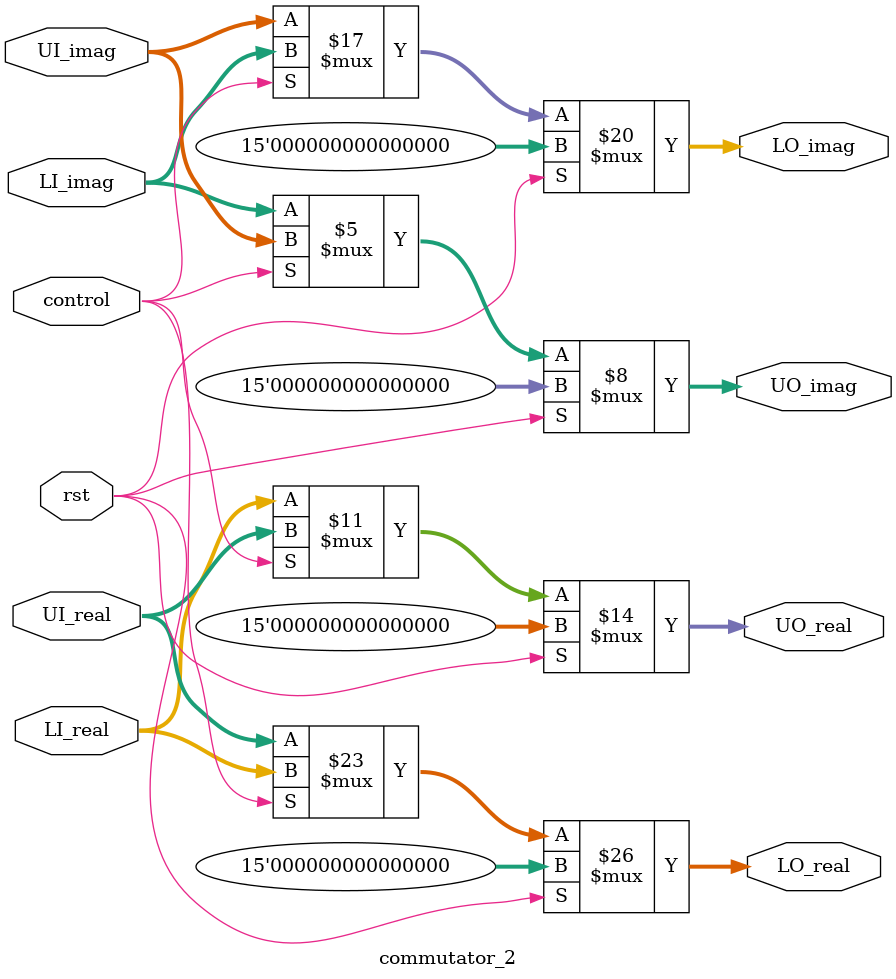
<source format=v>
 `timescale 1ns / 1ps
module commutator_2(rst, control, LI_real, LI_imag, UI_real, UI_imag, LO_real, LO_imag, UO_real, UO_imag);
//input clk;
input rst;
input control;
input signed [14:0] LI_real, LI_imag;
input signed [14:0] UI_real, UI_imag;
output reg signed [14:0] LO_real, LO_imag;
output reg signed [14:0] UO_real, UO_imag;

always @(*)
begin
    if(rst == 1'b1)
    begin
        LO_real <= 15'b0;
        LO_imag <= 15'b0;
        UO_real <= 15'b0;
        UO_imag <= 15'b0;
    end
    else
    begin
        if(control==0) // switch
        begin
            LO_real <=  UI_real;
            LO_imag <=  UI_imag;
            
            UO_real <= LI_real;
            UO_imag <= LI_imag;
        end
        else
        begin
            LO_real <= LI_real;
            LO_imag <= LI_imag;
            
            UO_real <=  UI_real;
            UO_imag <=  UI_imag;
        end
    end
end
endmodule
</source>
